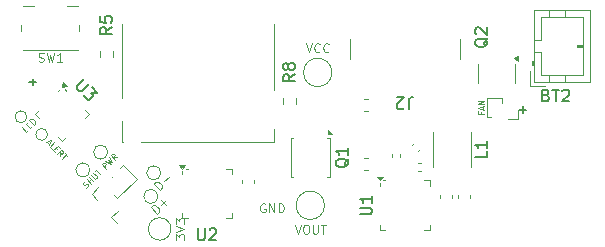
<source format=gbr>
%TF.GenerationSoftware,KiCad,Pcbnew,9.0.1-rc2-202503292320~1d443ca74c~ubuntu24.04.1*%
%TF.CreationDate,2025-04-04T23:21:44+10:00*%
%TF.ProjectId,Stormbreaker,53746f72-6d62-4726-9561-6b65722e6b69,rev?*%
%TF.SameCoordinates,Original*%
%TF.FileFunction,Legend,Top*%
%TF.FilePolarity,Positive*%
%FSLAX46Y46*%
G04 Gerber Fmt 4.6, Leading zero omitted, Abs format (unit mm)*
G04 Created by KiCad (PCBNEW 9.0.1-rc2-202503292320~1d443ca74c~ubuntu24.04.1) date 2025-04-04 23:21:44*
%MOMM*%
%LPD*%
G01*
G04 APERTURE LIST*
%ADD10C,0.093750*%
%ADD11C,0.150000*%
%ADD12C,0.062500*%
%ADD13C,0.100000*%
%ADD14C,0.120000*%
G04 APERTURE END LIST*
D10*
X136178571Y-58377803D02*
X136107143Y-58342089D01*
X136107143Y-58342089D02*
X136000000Y-58342089D01*
X136000000Y-58342089D02*
X135892857Y-58377803D01*
X135892857Y-58377803D02*
X135821428Y-58449232D01*
X135821428Y-58449232D02*
X135785714Y-58520660D01*
X135785714Y-58520660D02*
X135750000Y-58663517D01*
X135750000Y-58663517D02*
X135750000Y-58770660D01*
X135750000Y-58770660D02*
X135785714Y-58913517D01*
X135785714Y-58913517D02*
X135821428Y-58984946D01*
X135821428Y-58984946D02*
X135892857Y-59056375D01*
X135892857Y-59056375D02*
X136000000Y-59092089D01*
X136000000Y-59092089D02*
X136071428Y-59092089D01*
X136071428Y-59092089D02*
X136178571Y-59056375D01*
X136178571Y-59056375D02*
X136214285Y-59020660D01*
X136214285Y-59020660D02*
X136214285Y-58770660D01*
X136214285Y-58770660D02*
X136071428Y-58770660D01*
X136535714Y-59092089D02*
X136535714Y-58342089D01*
X136535714Y-58342089D02*
X136964285Y-59092089D01*
X136964285Y-59092089D02*
X136964285Y-58342089D01*
X137321428Y-59092089D02*
X137321428Y-58342089D01*
X137321428Y-58342089D02*
X137499999Y-58342089D01*
X137499999Y-58342089D02*
X137607142Y-58377803D01*
X137607142Y-58377803D02*
X137678571Y-58449232D01*
X137678571Y-58449232D02*
X137714285Y-58520660D01*
X137714285Y-58520660D02*
X137749999Y-58663517D01*
X137749999Y-58663517D02*
X137749999Y-58770660D01*
X137749999Y-58770660D02*
X137714285Y-58913517D01*
X137714285Y-58913517D02*
X137678571Y-58984946D01*
X137678571Y-58984946D02*
X137607142Y-59056375D01*
X137607142Y-59056375D02*
X137499999Y-59092089D01*
X137499999Y-59092089D02*
X137321428Y-59092089D01*
D11*
X158285713Y-50406550D02*
X157714285Y-50406550D01*
X157999999Y-50120835D02*
X157999999Y-50692264D01*
X116214286Y-48053450D02*
X116785715Y-48053450D01*
X116500000Y-48339164D02*
X116500000Y-47767735D01*
D10*
X127024698Y-59209088D02*
X126494368Y-58678758D01*
X126494368Y-58678758D02*
X126620637Y-58552489D01*
X126620637Y-58552489D02*
X126721652Y-58501981D01*
X126721652Y-58501981D02*
X126822668Y-58501981D01*
X126822668Y-58501981D02*
X126898429Y-58527235D01*
X126898429Y-58527235D02*
X127024698Y-58602997D01*
X127024698Y-58602997D02*
X127100460Y-58678758D01*
X127100460Y-58678758D02*
X127176221Y-58805027D01*
X127176221Y-58805027D02*
X127201475Y-58880789D01*
X127201475Y-58880789D02*
X127201475Y-58981804D01*
X127201475Y-58981804D02*
X127150967Y-59082819D01*
X127150967Y-59082819D02*
X127024698Y-59209088D01*
X127352998Y-58476728D02*
X127757059Y-58072667D01*
X127757059Y-58476728D02*
X127352998Y-58072667D01*
D11*
X144204819Y-59261904D02*
X145014342Y-59261904D01*
X145014342Y-59261904D02*
X145109580Y-59214285D01*
X145109580Y-59214285D02*
X145157200Y-59166666D01*
X145157200Y-59166666D02*
X145204819Y-59071428D01*
X145204819Y-59071428D02*
X145204819Y-58880952D01*
X145204819Y-58880952D02*
X145157200Y-58785714D01*
X145157200Y-58785714D02*
X145109580Y-58738095D01*
X145109580Y-58738095D02*
X145014342Y-58690476D01*
X145014342Y-58690476D02*
X144204819Y-58690476D01*
X145204819Y-57690476D02*
X145204819Y-58261904D01*
X145204819Y-57976190D02*
X144204819Y-57976190D01*
X144204819Y-57976190D02*
X144347676Y-58071428D01*
X144347676Y-58071428D02*
X144442914Y-58166666D01*
X144442914Y-58166666D02*
X144490533Y-58261904D01*
X120826652Y-47845851D02*
X120254232Y-48418271D01*
X120254232Y-48418271D02*
X120220560Y-48519286D01*
X120220560Y-48519286D02*
X120220560Y-48586630D01*
X120220560Y-48586630D02*
X120254232Y-48687645D01*
X120254232Y-48687645D02*
X120388919Y-48822332D01*
X120388919Y-48822332D02*
X120489934Y-48856004D01*
X120489934Y-48856004D02*
X120557278Y-48856004D01*
X120557278Y-48856004D02*
X120658293Y-48822332D01*
X120658293Y-48822332D02*
X121230713Y-48249912D01*
X121500087Y-48519286D02*
X121937819Y-48957019D01*
X121937819Y-48957019D02*
X121432743Y-48990691D01*
X121432743Y-48990691D02*
X121533758Y-49091706D01*
X121533758Y-49091706D02*
X121567430Y-49192721D01*
X121567430Y-49192721D02*
X121567430Y-49260065D01*
X121567430Y-49260065D02*
X121533758Y-49361080D01*
X121533758Y-49361080D02*
X121365400Y-49529439D01*
X121365400Y-49529439D02*
X121264384Y-49563111D01*
X121264384Y-49563111D02*
X121197041Y-49563111D01*
X121197041Y-49563111D02*
X121096026Y-49529439D01*
X121096026Y-49529439D02*
X120893995Y-49327408D01*
X120893995Y-49327408D02*
X120860323Y-49226393D01*
X120860323Y-49226393D02*
X120860323Y-49159050D01*
D12*
X121038334Y-57000518D02*
X121105678Y-56966846D01*
X121105678Y-56966846D02*
X121189857Y-56882666D01*
X121189857Y-56882666D02*
X121206693Y-56832159D01*
X121206693Y-56832159D02*
X121206693Y-56798487D01*
X121206693Y-56798487D02*
X121189857Y-56747979D01*
X121189857Y-56747979D02*
X121156186Y-56714308D01*
X121156186Y-56714308D02*
X121105678Y-56697472D01*
X121105678Y-56697472D02*
X121072006Y-56697472D01*
X121072006Y-56697472D02*
X121021499Y-56714308D01*
X121021499Y-56714308D02*
X120937319Y-56764815D01*
X120937319Y-56764815D02*
X120886812Y-56781651D01*
X120886812Y-56781651D02*
X120853140Y-56781651D01*
X120853140Y-56781651D02*
X120802632Y-56764815D01*
X120802632Y-56764815D02*
X120768960Y-56731144D01*
X120768960Y-56731144D02*
X120752125Y-56680636D01*
X120752125Y-56680636D02*
X120752125Y-56646964D01*
X120752125Y-56646964D02*
X120768960Y-56596457D01*
X120768960Y-56596457D02*
X120853140Y-56512277D01*
X120853140Y-56512277D02*
X120920483Y-56478605D01*
X121408723Y-56663800D02*
X121055170Y-56310247D01*
X121223529Y-56478606D02*
X121425559Y-56276575D01*
X121610754Y-56461770D02*
X121257201Y-56108217D01*
X121425560Y-55939857D02*
X121711770Y-56226067D01*
X121711770Y-56226067D02*
X121762277Y-56242903D01*
X121762277Y-56242903D02*
X121795949Y-56242903D01*
X121795949Y-56242903D02*
X121846457Y-56226067D01*
X121846457Y-56226067D02*
X121913800Y-56158724D01*
X121913800Y-56158724D02*
X121930636Y-56108216D01*
X121930636Y-56108216D02*
X121930636Y-56074544D01*
X121930636Y-56074544D02*
X121913800Y-56024037D01*
X121913800Y-56024037D02*
X121627590Y-55737827D01*
X121745442Y-55619975D02*
X121947472Y-55417945D01*
X122200010Y-55872514D02*
X121846457Y-55518960D01*
D10*
X127274698Y-57209088D02*
X126744368Y-56678758D01*
X126744368Y-56678758D02*
X126870637Y-56552489D01*
X126870637Y-56552489D02*
X126971652Y-56501981D01*
X126971652Y-56501981D02*
X127072668Y-56501981D01*
X127072668Y-56501981D02*
X127148429Y-56527235D01*
X127148429Y-56527235D02*
X127274698Y-56602997D01*
X127274698Y-56602997D02*
X127350460Y-56678758D01*
X127350460Y-56678758D02*
X127426221Y-56805027D01*
X127426221Y-56805027D02*
X127451475Y-56880789D01*
X127451475Y-56880789D02*
X127451475Y-56981804D01*
X127451475Y-56981804D02*
X127400967Y-57082819D01*
X127400967Y-57082819D02*
X127274698Y-57209088D01*
X127602998Y-56476728D02*
X128007059Y-56072667D01*
D12*
X117741064Y-53111558D02*
X117909422Y-53279917D01*
X117606377Y-53178902D02*
X118077781Y-52943199D01*
X118077781Y-52943199D02*
X117842079Y-53414604D01*
X118128289Y-53700813D02*
X117959930Y-53532455D01*
X117959930Y-53532455D02*
X118313483Y-53178901D01*
X118431334Y-53633470D02*
X118549186Y-53751321D01*
X118414499Y-53987023D02*
X118246140Y-53818665D01*
X118246140Y-53818665D02*
X118599693Y-53465111D01*
X118599693Y-53465111D02*
X118768052Y-53633470D01*
X118768052Y-54340577D02*
X118818560Y-54054367D01*
X118566021Y-54138546D02*
X118919575Y-53784993D01*
X118919575Y-53784993D02*
X119054262Y-53919680D01*
X119054262Y-53919680D02*
X119071098Y-53970188D01*
X119071098Y-53970188D02*
X119071098Y-54003859D01*
X119071098Y-54003859D02*
X119054262Y-54054367D01*
X119054262Y-54054367D02*
X119003754Y-54104875D01*
X119003754Y-54104875D02*
X118953247Y-54121710D01*
X118953247Y-54121710D02*
X118919575Y-54121710D01*
X118919575Y-54121710D02*
X118869067Y-54104875D01*
X118869067Y-54104875D02*
X118734380Y-53970188D01*
X119222621Y-54088039D02*
X119424651Y-54290069D01*
X118970082Y-54542607D02*
X119323636Y-54189054D01*
D11*
X130488095Y-60454819D02*
X130488095Y-61264342D01*
X130488095Y-61264342D02*
X130535714Y-61359580D01*
X130535714Y-61359580D02*
X130583333Y-61407200D01*
X130583333Y-61407200D02*
X130678571Y-61454819D01*
X130678571Y-61454819D02*
X130869047Y-61454819D01*
X130869047Y-61454819D02*
X130964285Y-61407200D01*
X130964285Y-61407200D02*
X131011904Y-61359580D01*
X131011904Y-61359580D02*
X131059523Y-61264342D01*
X131059523Y-61264342D02*
X131059523Y-60454819D01*
X131488095Y-60550057D02*
X131535714Y-60502438D01*
X131535714Y-60502438D02*
X131630952Y-60454819D01*
X131630952Y-60454819D02*
X131869047Y-60454819D01*
X131869047Y-60454819D02*
X131964285Y-60502438D01*
X131964285Y-60502438D02*
X132011904Y-60550057D01*
X132011904Y-60550057D02*
X132059523Y-60645295D01*
X132059523Y-60645295D02*
X132059523Y-60740533D01*
X132059523Y-60740533D02*
X132011904Y-60883390D01*
X132011904Y-60883390D02*
X131440476Y-61454819D01*
X131440476Y-61454819D02*
X132059523Y-61454819D01*
X148333333Y-50355180D02*
X148333333Y-49640895D01*
X148333333Y-49640895D02*
X148380952Y-49498038D01*
X148380952Y-49498038D02*
X148476190Y-49402800D01*
X148476190Y-49402800D02*
X148619047Y-49355180D01*
X148619047Y-49355180D02*
X148714285Y-49355180D01*
X147904761Y-50259942D02*
X147857142Y-50307561D01*
X147857142Y-50307561D02*
X147761904Y-50355180D01*
X147761904Y-50355180D02*
X147523809Y-50355180D01*
X147523809Y-50355180D02*
X147428571Y-50307561D01*
X147428571Y-50307561D02*
X147380952Y-50259942D01*
X147380952Y-50259942D02*
X147333333Y-50164704D01*
X147333333Y-50164704D02*
X147333333Y-50069466D01*
X147333333Y-50069466D02*
X147380952Y-49926609D01*
X147380952Y-49926609D02*
X147952380Y-49355180D01*
X147952380Y-49355180D02*
X147333333Y-49355180D01*
X159964285Y-49181009D02*
X160107142Y-49228628D01*
X160107142Y-49228628D02*
X160154761Y-49276247D01*
X160154761Y-49276247D02*
X160202380Y-49371485D01*
X160202380Y-49371485D02*
X160202380Y-49514342D01*
X160202380Y-49514342D02*
X160154761Y-49609580D01*
X160154761Y-49609580D02*
X160107142Y-49657200D01*
X160107142Y-49657200D02*
X160011904Y-49704819D01*
X160011904Y-49704819D02*
X159630952Y-49704819D01*
X159630952Y-49704819D02*
X159630952Y-48704819D01*
X159630952Y-48704819D02*
X159964285Y-48704819D01*
X159964285Y-48704819D02*
X160059523Y-48752438D01*
X160059523Y-48752438D02*
X160107142Y-48800057D01*
X160107142Y-48800057D02*
X160154761Y-48895295D01*
X160154761Y-48895295D02*
X160154761Y-48990533D01*
X160154761Y-48990533D02*
X160107142Y-49085771D01*
X160107142Y-49085771D02*
X160059523Y-49133390D01*
X160059523Y-49133390D02*
X159964285Y-49181009D01*
X159964285Y-49181009D02*
X159630952Y-49181009D01*
X160488095Y-48704819D02*
X161059523Y-48704819D01*
X160773809Y-49704819D02*
X160773809Y-48704819D01*
X161345238Y-48800057D02*
X161392857Y-48752438D01*
X161392857Y-48752438D02*
X161488095Y-48704819D01*
X161488095Y-48704819D02*
X161726190Y-48704819D01*
X161726190Y-48704819D02*
X161821428Y-48752438D01*
X161821428Y-48752438D02*
X161869047Y-48800057D01*
X161869047Y-48800057D02*
X161916666Y-48895295D01*
X161916666Y-48895295D02*
X161916666Y-48990533D01*
X161916666Y-48990533D02*
X161869047Y-49133390D01*
X161869047Y-49133390D02*
X161297619Y-49704819D01*
X161297619Y-49704819D02*
X161916666Y-49704819D01*
D10*
X117000000Y-46306375D02*
X117107143Y-46342089D01*
X117107143Y-46342089D02*
X117285714Y-46342089D01*
X117285714Y-46342089D02*
X117357143Y-46306375D01*
X117357143Y-46306375D02*
X117392857Y-46270660D01*
X117392857Y-46270660D02*
X117428571Y-46199232D01*
X117428571Y-46199232D02*
X117428571Y-46127803D01*
X117428571Y-46127803D02*
X117392857Y-46056375D01*
X117392857Y-46056375D02*
X117357143Y-46020660D01*
X117357143Y-46020660D02*
X117285714Y-45984946D01*
X117285714Y-45984946D02*
X117142857Y-45949232D01*
X117142857Y-45949232D02*
X117071428Y-45913517D01*
X117071428Y-45913517D02*
X117035714Y-45877803D01*
X117035714Y-45877803D02*
X117000000Y-45806375D01*
X117000000Y-45806375D02*
X117000000Y-45734946D01*
X117000000Y-45734946D02*
X117035714Y-45663517D01*
X117035714Y-45663517D02*
X117071428Y-45627803D01*
X117071428Y-45627803D02*
X117142857Y-45592089D01*
X117142857Y-45592089D02*
X117321428Y-45592089D01*
X117321428Y-45592089D02*
X117428571Y-45627803D01*
X117678571Y-45592089D02*
X117857143Y-46342089D01*
X117857143Y-46342089D02*
X118000000Y-45806375D01*
X118000000Y-45806375D02*
X118142857Y-46342089D01*
X118142857Y-46342089D02*
X118321429Y-45592089D01*
X119000000Y-46342089D02*
X118571429Y-46342089D01*
X118785714Y-46342089D02*
X118785714Y-45592089D01*
X118785714Y-45592089D02*
X118714286Y-45699232D01*
X118714286Y-45699232D02*
X118642857Y-45770660D01*
X118642857Y-45770660D02*
X118571429Y-45806375D01*
D12*
X122689858Y-55382666D02*
X122336304Y-55029113D01*
X122336304Y-55029113D02*
X122470991Y-54894426D01*
X122470991Y-54894426D02*
X122521499Y-54877590D01*
X122521499Y-54877590D02*
X122555171Y-54877590D01*
X122555171Y-54877590D02*
X122605678Y-54894426D01*
X122605678Y-54894426D02*
X122656186Y-54944933D01*
X122656186Y-54944933D02*
X122673022Y-54995441D01*
X122673022Y-54995441D02*
X122673022Y-55029113D01*
X122673022Y-55029113D02*
X122656186Y-55079620D01*
X122656186Y-55079620D02*
X122521499Y-55214307D01*
X122656186Y-54709231D02*
X123093919Y-54978605D01*
X123093919Y-54978605D02*
X122908724Y-54658724D01*
X122908724Y-54658724D02*
X123228606Y-54843918D01*
X123228606Y-54843918D02*
X122959232Y-54406185D01*
X123649503Y-54423021D02*
X123363293Y-54372513D01*
X123447472Y-54625052D02*
X123093919Y-54271498D01*
X123093919Y-54271498D02*
X123228606Y-54136811D01*
X123228606Y-54136811D02*
X123279114Y-54119975D01*
X123279114Y-54119975D02*
X123312785Y-54119975D01*
X123312785Y-54119975D02*
X123363293Y-54136811D01*
X123363293Y-54136811D02*
X123413801Y-54187319D01*
X123413801Y-54187319D02*
X123430636Y-54237826D01*
X123430636Y-54237826D02*
X123430636Y-54271498D01*
X123430636Y-54271498D02*
X123413801Y-54322006D01*
X123413801Y-54322006D02*
X123279114Y-54456693D01*
D11*
X155050057Y-44345238D02*
X155002438Y-44440476D01*
X155002438Y-44440476D02*
X154907200Y-44535714D01*
X154907200Y-44535714D02*
X154764342Y-44678571D01*
X154764342Y-44678571D02*
X154716723Y-44773809D01*
X154716723Y-44773809D02*
X154716723Y-44869047D01*
X154954819Y-44821428D02*
X154907200Y-44916666D01*
X154907200Y-44916666D02*
X154811961Y-45011904D01*
X154811961Y-45011904D02*
X154621485Y-45059523D01*
X154621485Y-45059523D02*
X154288152Y-45059523D01*
X154288152Y-45059523D02*
X154097676Y-45011904D01*
X154097676Y-45011904D02*
X154002438Y-44916666D01*
X154002438Y-44916666D02*
X153954819Y-44821428D01*
X153954819Y-44821428D02*
X153954819Y-44630952D01*
X153954819Y-44630952D02*
X154002438Y-44535714D01*
X154002438Y-44535714D02*
X154097676Y-44440476D01*
X154097676Y-44440476D02*
X154288152Y-44392857D01*
X154288152Y-44392857D02*
X154621485Y-44392857D01*
X154621485Y-44392857D02*
X154811961Y-44440476D01*
X154811961Y-44440476D02*
X154907200Y-44535714D01*
X154907200Y-44535714D02*
X154954819Y-44630952D01*
X154954819Y-44630952D02*
X154954819Y-44821428D01*
X154050057Y-44011904D02*
X154002438Y-43964285D01*
X154002438Y-43964285D02*
X153954819Y-43869047D01*
X153954819Y-43869047D02*
X153954819Y-43630952D01*
X153954819Y-43630952D02*
X154002438Y-43535714D01*
X154002438Y-43535714D02*
X154050057Y-43488095D01*
X154050057Y-43488095D02*
X154145295Y-43440476D01*
X154145295Y-43440476D02*
X154240533Y-43440476D01*
X154240533Y-43440476D02*
X154383390Y-43488095D01*
X154383390Y-43488095D02*
X154954819Y-44059523D01*
X154954819Y-44059523D02*
X154954819Y-43440476D01*
X143250057Y-54537738D02*
X143202438Y-54632976D01*
X143202438Y-54632976D02*
X143107200Y-54728214D01*
X143107200Y-54728214D02*
X142964342Y-54871071D01*
X142964342Y-54871071D02*
X142916723Y-54966309D01*
X142916723Y-54966309D02*
X142916723Y-55061547D01*
X143154819Y-55013928D02*
X143107200Y-55109166D01*
X143107200Y-55109166D02*
X143011961Y-55204404D01*
X143011961Y-55204404D02*
X142821485Y-55252023D01*
X142821485Y-55252023D02*
X142488152Y-55252023D01*
X142488152Y-55252023D02*
X142297676Y-55204404D01*
X142297676Y-55204404D02*
X142202438Y-55109166D01*
X142202438Y-55109166D02*
X142154819Y-55013928D01*
X142154819Y-55013928D02*
X142154819Y-54823452D01*
X142154819Y-54823452D02*
X142202438Y-54728214D01*
X142202438Y-54728214D02*
X142297676Y-54632976D01*
X142297676Y-54632976D02*
X142488152Y-54585357D01*
X142488152Y-54585357D02*
X142821485Y-54585357D01*
X142821485Y-54585357D02*
X143011961Y-54632976D01*
X143011961Y-54632976D02*
X143107200Y-54728214D01*
X143107200Y-54728214D02*
X143154819Y-54823452D01*
X143154819Y-54823452D02*
X143154819Y-55013928D01*
X143154819Y-53632976D02*
X143154819Y-54204404D01*
X143154819Y-53918690D02*
X142154819Y-53918690D01*
X142154819Y-53918690D02*
X142297676Y-54013928D01*
X142297676Y-54013928D02*
X142392914Y-54109166D01*
X142392914Y-54109166D02*
X142440533Y-54204404D01*
D12*
X154466154Y-50614761D02*
X154466154Y-50781428D01*
X154728059Y-50781428D02*
X154228059Y-50781428D01*
X154228059Y-50781428D02*
X154228059Y-50543333D01*
X154585202Y-50376666D02*
X154585202Y-50138571D01*
X154728059Y-50424285D02*
X154228059Y-50257619D01*
X154228059Y-50257619D02*
X154728059Y-50090952D01*
X154728059Y-49924286D02*
X154228059Y-49924286D01*
X154228059Y-49924286D02*
X154728059Y-49638572D01*
X154728059Y-49638572D02*
X154228059Y-49638572D01*
X116141085Y-52095653D02*
X115972726Y-52264012D01*
X115972726Y-52264012D02*
X115619173Y-51910458D01*
X116073741Y-51792607D02*
X116191593Y-51674756D01*
X116427295Y-51809443D02*
X116258936Y-51977802D01*
X116258936Y-51977802D02*
X115905383Y-51624248D01*
X115905383Y-51624248D02*
X116073741Y-51455890D01*
X116578818Y-51657920D02*
X116225264Y-51304367D01*
X116225264Y-51304367D02*
X116309444Y-51220187D01*
X116309444Y-51220187D02*
X116376787Y-51186516D01*
X116376787Y-51186516D02*
X116444131Y-51186516D01*
X116444131Y-51186516D02*
X116494638Y-51203351D01*
X116494638Y-51203351D02*
X116578818Y-51253859D01*
X116578818Y-51253859D02*
X116629325Y-51304367D01*
X116629325Y-51304367D02*
X116679833Y-51388546D01*
X116679833Y-51388546D02*
X116696669Y-51439054D01*
X116696669Y-51439054D02*
X116696669Y-51506397D01*
X116696669Y-51506397D02*
X116662997Y-51573741D01*
X116662997Y-51573741D02*
X116578818Y-51657920D01*
D10*
X138678571Y-60142089D02*
X138928571Y-60892089D01*
X138928571Y-60892089D02*
X139178571Y-60142089D01*
X139571428Y-60142089D02*
X139714285Y-60142089D01*
X139714285Y-60142089D02*
X139785714Y-60177803D01*
X139785714Y-60177803D02*
X139857142Y-60249232D01*
X139857142Y-60249232D02*
X139892857Y-60392089D01*
X139892857Y-60392089D02*
X139892857Y-60642089D01*
X139892857Y-60642089D02*
X139857142Y-60784946D01*
X139857142Y-60784946D02*
X139785714Y-60856375D01*
X139785714Y-60856375D02*
X139714285Y-60892089D01*
X139714285Y-60892089D02*
X139571428Y-60892089D01*
X139571428Y-60892089D02*
X139500000Y-60856375D01*
X139500000Y-60856375D02*
X139428571Y-60784946D01*
X139428571Y-60784946D02*
X139392857Y-60642089D01*
X139392857Y-60642089D02*
X139392857Y-60392089D01*
X139392857Y-60392089D02*
X139428571Y-60249232D01*
X139428571Y-60249232D02*
X139500000Y-60177803D01*
X139500000Y-60177803D02*
X139571428Y-60142089D01*
X140214285Y-60142089D02*
X140214285Y-60749232D01*
X140214285Y-60749232D02*
X140249999Y-60820660D01*
X140249999Y-60820660D02*
X140285714Y-60856375D01*
X140285714Y-60856375D02*
X140357142Y-60892089D01*
X140357142Y-60892089D02*
X140499999Y-60892089D01*
X140499999Y-60892089D02*
X140571428Y-60856375D01*
X140571428Y-60856375D02*
X140607142Y-60820660D01*
X140607142Y-60820660D02*
X140642856Y-60749232D01*
X140642856Y-60749232D02*
X140642856Y-60142089D01*
X140892856Y-60142089D02*
X141321428Y-60142089D01*
X141107142Y-60892089D02*
X141107142Y-60142089D01*
D11*
X138704819Y-47416666D02*
X138228628Y-47749999D01*
X138704819Y-47988094D02*
X137704819Y-47988094D01*
X137704819Y-47988094D02*
X137704819Y-47607142D01*
X137704819Y-47607142D02*
X137752438Y-47511904D01*
X137752438Y-47511904D02*
X137800057Y-47464285D01*
X137800057Y-47464285D02*
X137895295Y-47416666D01*
X137895295Y-47416666D02*
X138038152Y-47416666D01*
X138038152Y-47416666D02*
X138133390Y-47464285D01*
X138133390Y-47464285D02*
X138181009Y-47511904D01*
X138181009Y-47511904D02*
X138228628Y-47607142D01*
X138228628Y-47607142D02*
X138228628Y-47988094D01*
X138133390Y-46845237D02*
X138085771Y-46940475D01*
X138085771Y-46940475D02*
X138038152Y-46988094D01*
X138038152Y-46988094D02*
X137942914Y-47035713D01*
X137942914Y-47035713D02*
X137895295Y-47035713D01*
X137895295Y-47035713D02*
X137800057Y-46988094D01*
X137800057Y-46988094D02*
X137752438Y-46940475D01*
X137752438Y-46940475D02*
X137704819Y-46845237D01*
X137704819Y-46845237D02*
X137704819Y-46654761D01*
X137704819Y-46654761D02*
X137752438Y-46559523D01*
X137752438Y-46559523D02*
X137800057Y-46511904D01*
X137800057Y-46511904D02*
X137895295Y-46464285D01*
X137895295Y-46464285D02*
X137942914Y-46464285D01*
X137942914Y-46464285D02*
X138038152Y-46511904D01*
X138038152Y-46511904D02*
X138085771Y-46559523D01*
X138085771Y-46559523D02*
X138133390Y-46654761D01*
X138133390Y-46654761D02*
X138133390Y-46845237D01*
X138133390Y-46845237D02*
X138181009Y-46940475D01*
X138181009Y-46940475D02*
X138228628Y-46988094D01*
X138228628Y-46988094D02*
X138323866Y-47035713D01*
X138323866Y-47035713D02*
X138514342Y-47035713D01*
X138514342Y-47035713D02*
X138609580Y-46988094D01*
X138609580Y-46988094D02*
X138657200Y-46940475D01*
X138657200Y-46940475D02*
X138704819Y-46845237D01*
X138704819Y-46845237D02*
X138704819Y-46654761D01*
X138704819Y-46654761D02*
X138657200Y-46559523D01*
X138657200Y-46559523D02*
X138609580Y-46511904D01*
X138609580Y-46511904D02*
X138514342Y-46464285D01*
X138514342Y-46464285D02*
X138323866Y-46464285D01*
X138323866Y-46464285D02*
X138228628Y-46511904D01*
X138228628Y-46511904D02*
X138181009Y-46559523D01*
X138181009Y-46559523D02*
X138133390Y-46654761D01*
D10*
X128592089Y-61428571D02*
X128592089Y-60964285D01*
X128592089Y-60964285D02*
X128877803Y-61214285D01*
X128877803Y-61214285D02*
X128877803Y-61107142D01*
X128877803Y-61107142D02*
X128913517Y-61035714D01*
X128913517Y-61035714D02*
X128949232Y-60999999D01*
X128949232Y-60999999D02*
X129020660Y-60964285D01*
X129020660Y-60964285D02*
X129199232Y-60964285D01*
X129199232Y-60964285D02*
X129270660Y-60999999D01*
X129270660Y-60999999D02*
X129306375Y-61035714D01*
X129306375Y-61035714D02*
X129342089Y-61107142D01*
X129342089Y-61107142D02*
X129342089Y-61321428D01*
X129342089Y-61321428D02*
X129306375Y-61392856D01*
X129306375Y-61392856D02*
X129270660Y-61428571D01*
X128592089Y-60749999D02*
X129342089Y-60499999D01*
X129342089Y-60499999D02*
X128592089Y-60249999D01*
X128592089Y-60071428D02*
X128592089Y-59607142D01*
X128592089Y-59607142D02*
X128877803Y-59857142D01*
X128877803Y-59857142D02*
X128877803Y-59749999D01*
X128877803Y-59749999D02*
X128913517Y-59678571D01*
X128913517Y-59678571D02*
X128949232Y-59642856D01*
X128949232Y-59642856D02*
X129020660Y-59607142D01*
X129020660Y-59607142D02*
X129199232Y-59607142D01*
X129199232Y-59607142D02*
X129270660Y-59642856D01*
X129270660Y-59642856D02*
X129306375Y-59678571D01*
X129306375Y-59678571D02*
X129342089Y-59749999D01*
X129342089Y-59749999D02*
X129342089Y-59964285D01*
X129342089Y-59964285D02*
X129306375Y-60035713D01*
X129306375Y-60035713D02*
X129270660Y-60071428D01*
D11*
X123204819Y-43416666D02*
X122728628Y-43749999D01*
X123204819Y-43988094D02*
X122204819Y-43988094D01*
X122204819Y-43988094D02*
X122204819Y-43607142D01*
X122204819Y-43607142D02*
X122252438Y-43511904D01*
X122252438Y-43511904D02*
X122300057Y-43464285D01*
X122300057Y-43464285D02*
X122395295Y-43416666D01*
X122395295Y-43416666D02*
X122538152Y-43416666D01*
X122538152Y-43416666D02*
X122633390Y-43464285D01*
X122633390Y-43464285D02*
X122681009Y-43511904D01*
X122681009Y-43511904D02*
X122728628Y-43607142D01*
X122728628Y-43607142D02*
X122728628Y-43988094D01*
X122204819Y-42511904D02*
X122204819Y-42988094D01*
X122204819Y-42988094D02*
X122681009Y-43035713D01*
X122681009Y-43035713D02*
X122633390Y-42988094D01*
X122633390Y-42988094D02*
X122585771Y-42892856D01*
X122585771Y-42892856D02*
X122585771Y-42654761D01*
X122585771Y-42654761D02*
X122633390Y-42559523D01*
X122633390Y-42559523D02*
X122681009Y-42511904D01*
X122681009Y-42511904D02*
X122776247Y-42464285D01*
X122776247Y-42464285D02*
X123014342Y-42464285D01*
X123014342Y-42464285D02*
X123109580Y-42511904D01*
X123109580Y-42511904D02*
X123157200Y-42559523D01*
X123157200Y-42559523D02*
X123204819Y-42654761D01*
X123204819Y-42654761D02*
X123204819Y-42892856D01*
X123204819Y-42892856D02*
X123157200Y-42988094D01*
X123157200Y-42988094D02*
X123109580Y-43035713D01*
X154954819Y-53941666D02*
X154954819Y-54417856D01*
X154954819Y-54417856D02*
X153954819Y-54417856D01*
X154954819Y-53084523D02*
X154954819Y-53655951D01*
X154954819Y-53370237D02*
X153954819Y-53370237D01*
X153954819Y-53370237D02*
X154097676Y-53465475D01*
X154097676Y-53465475D02*
X154192914Y-53560713D01*
X154192914Y-53560713D02*
X154240533Y-53655951D01*
D10*
X139625000Y-44792089D02*
X139875000Y-45542089D01*
X139875000Y-45542089D02*
X140125000Y-44792089D01*
X140803571Y-45470660D02*
X140767857Y-45506375D01*
X140767857Y-45506375D02*
X140660714Y-45542089D01*
X140660714Y-45542089D02*
X140589286Y-45542089D01*
X140589286Y-45542089D02*
X140482143Y-45506375D01*
X140482143Y-45506375D02*
X140410714Y-45434946D01*
X140410714Y-45434946D02*
X140375000Y-45363517D01*
X140375000Y-45363517D02*
X140339286Y-45220660D01*
X140339286Y-45220660D02*
X140339286Y-45113517D01*
X140339286Y-45113517D02*
X140375000Y-44970660D01*
X140375000Y-44970660D02*
X140410714Y-44899232D01*
X140410714Y-44899232D02*
X140482143Y-44827803D01*
X140482143Y-44827803D02*
X140589286Y-44792089D01*
X140589286Y-44792089D02*
X140660714Y-44792089D01*
X140660714Y-44792089D02*
X140767857Y-44827803D01*
X140767857Y-44827803D02*
X140803571Y-44863517D01*
X141553571Y-45470660D02*
X141517857Y-45506375D01*
X141517857Y-45506375D02*
X141410714Y-45542089D01*
X141410714Y-45542089D02*
X141339286Y-45542089D01*
X141339286Y-45542089D02*
X141232143Y-45506375D01*
X141232143Y-45506375D02*
X141160714Y-45434946D01*
X141160714Y-45434946D02*
X141125000Y-45363517D01*
X141125000Y-45363517D02*
X141089286Y-45220660D01*
X141089286Y-45220660D02*
X141089286Y-45113517D01*
X141089286Y-45113517D02*
X141125000Y-44970660D01*
X141125000Y-44970660D02*
X141160714Y-44899232D01*
X141160714Y-44899232D02*
X141232143Y-44827803D01*
X141232143Y-44827803D02*
X141339286Y-44792089D01*
X141339286Y-44792089D02*
X141410714Y-44792089D01*
X141410714Y-44792089D02*
X141517857Y-44827803D01*
X141517857Y-44827803D02*
X141553571Y-44863517D01*
D13*
%TO.C,TP1*%
X127100000Y-57750000D02*
G75*
G02*
X125900000Y-57750000I-600000J0D01*
G01*
X125900000Y-57750000D02*
G75*
G02*
X127100000Y-57750000I600000J0D01*
G01*
D14*
%TO.C,C5*%
X150990000Y-57865581D02*
X150990000Y-57584419D01*
X152010000Y-57865581D02*
X152010000Y-57584419D01*
%TO.C,U1*%
X145890000Y-56865000D02*
X145890000Y-56630000D01*
X145890000Y-60610000D02*
X145890000Y-60135000D01*
X146365000Y-56390000D02*
X146190000Y-56390000D01*
X146365000Y-60610000D02*
X145890000Y-60610000D01*
X149635000Y-56390000D02*
X150110000Y-56390000D01*
X149635000Y-60610000D02*
X150110000Y-60610000D01*
X150110000Y-56390000D02*
X150110000Y-56865000D01*
X150110000Y-60610000D02*
X150110000Y-60135000D01*
X145890000Y-56390000D02*
X145650000Y-56060000D01*
X146130000Y-56060000D01*
X145890000Y-56390000D01*
G36*
X145890000Y-56390000D02*
G01*
X145650000Y-56060000D01*
X146130000Y-56060000D01*
X145890000Y-56390000D01*
G37*
%TO.C,U3*%
X116723116Y-50750000D02*
X117041314Y-50431802D01*
X117041314Y-51068198D02*
X116723116Y-50750000D01*
X118681802Y-48791314D02*
X118830294Y-48642822D01*
X118681802Y-52708686D02*
X119000000Y-53026884D01*
X119000000Y-53026884D02*
X119318198Y-52708686D01*
X119318198Y-48791314D02*
X119212132Y-48685248D01*
X120958686Y-50431802D02*
X121276884Y-50750000D01*
X121276884Y-50750000D02*
X120958686Y-51068198D01*
X119403051Y-48409477D02*
X119000000Y-48473116D01*
X119063640Y-48070065D01*
X119403051Y-48409477D01*
G36*
X119403051Y-48409477D02*
G01*
X119000000Y-48473116D01*
X119063640Y-48070065D01*
X119403051Y-48409477D01*
G37*
%TO.C,C4*%
X148761693Y-53258601D02*
X148609190Y-53411104D01*
X149270810Y-53767718D02*
X149118307Y-53920221D01*
D13*
%TO.C,TP7*%
X121350000Y-55500000D02*
G75*
G02*
X120150000Y-55500000I-600000J0D01*
G01*
X120150000Y-55500000D02*
G75*
G02*
X121350000Y-55500000I600000J0D01*
G01*
%TO.C,TP2*%
X127350000Y-55750000D02*
G75*
G02*
X126150000Y-55750000I-600000J0D01*
G01*
X126150000Y-55750000D02*
G75*
G02*
X127350000Y-55750000I600000J0D01*
G01*
D14*
%TO.C,C7*%
X146890000Y-54162164D02*
X146890000Y-54377836D01*
X147610000Y-54162164D02*
X147610000Y-54377836D01*
D13*
%TO.C,TP11*%
X117749999Y-52500000D02*
G75*
G02*
X116750001Y-52500000I-499999J0D01*
G01*
X116750001Y-52500000D02*
G75*
G02*
X117749999Y-52500000I499999J0D01*
G01*
D14*
%TO.C,U2*%
X129140000Y-55865000D02*
X129140000Y-55630000D01*
X129140000Y-59610000D02*
X129140000Y-59135000D01*
X129615000Y-55390000D02*
X129440000Y-55390000D01*
X129615000Y-59610000D02*
X129140000Y-59610000D01*
X132885000Y-55390000D02*
X133360000Y-55390000D01*
X132885000Y-59610000D02*
X133360000Y-59610000D01*
X133360000Y-55390000D02*
X133360000Y-55865000D01*
X133360000Y-59610000D02*
X133360000Y-59135000D01*
X129140000Y-55390000D02*
X128900000Y-55060000D01*
X129380000Y-55060000D01*
X129140000Y-55390000D01*
G36*
X129140000Y-55390000D02*
G01*
X128900000Y-55060000D01*
X129380000Y-55060000D01*
X129140000Y-55390000D01*
G37*
%TO.C,C6*%
X152490000Y-57865581D02*
X152490000Y-57584419D01*
X153510000Y-57865581D02*
X153510000Y-57584419D01*
%TO.C,J3*%
X121485768Y-57545495D02*
X122058525Y-56972739D01*
X121970137Y-58029863D02*
X121485768Y-57545495D01*
X123197602Y-56067007D02*
X123274114Y-55990495D01*
X123674264Y-57881371D02*
X123380815Y-57587922D01*
X123674264Y-57881371D02*
X125307681Y-56247954D01*
X123904709Y-55359900D02*
X124162168Y-55102441D01*
X125307681Y-56247954D02*
X124162168Y-55102441D01*
%TO.C,J2*%
X143330000Y-44410000D02*
X143330000Y-46110000D01*
X152670000Y-44410000D02*
X152670000Y-46110000D01*
%TO.C,C1*%
X144865580Y-54490000D02*
X144584420Y-54490000D01*
X144865580Y-55510000D02*
X144584420Y-55510000D01*
%TO.C,BT2*%
X158640000Y-47110000D02*
X158640000Y-48360000D01*
X158640000Y-48360000D02*
X159890000Y-48360000D01*
X158740000Y-46300000D02*
X158740000Y-46600000D01*
X158740000Y-46600000D02*
X158940000Y-46600000D01*
X158840000Y-46300000D02*
X158840000Y-46600000D01*
X158940000Y-41940000D02*
X158940000Y-48060000D01*
X158940000Y-45500000D02*
X159550000Y-45500000D01*
X158940000Y-46300000D02*
X158740000Y-46300000D01*
X158940000Y-48060000D02*
X163660000Y-48060000D01*
X159550000Y-42550000D02*
X159550000Y-44500000D01*
X159550000Y-44500000D02*
X158940000Y-44500000D01*
X159550000Y-45500000D02*
X159550000Y-47450000D01*
X159550000Y-47450000D02*
X163050000Y-47450000D01*
X160250000Y-41940000D02*
X160250000Y-42550000D01*
X160250000Y-48060000D02*
X160250000Y-47450000D01*
X161550000Y-41940000D02*
X161550000Y-42550000D01*
X161550000Y-48060000D02*
X161550000Y-47450000D01*
X162550000Y-44900000D02*
X163050000Y-44900000D01*
X162550000Y-45100000D02*
X162550000Y-44900000D01*
X163050000Y-42550000D02*
X159550000Y-42550000D01*
X163050000Y-45000000D02*
X162550000Y-45000000D01*
X163050000Y-45100000D02*
X162550000Y-45100000D01*
X163050000Y-47450000D02*
X163050000Y-42550000D01*
X163660000Y-41940000D02*
X158940000Y-41940000D01*
X163660000Y-48060000D02*
X163660000Y-41940000D01*
%TO.C,SW1*%
X115550000Y-43775000D02*
X115550000Y-43225000D01*
X116575000Y-41650000D02*
X115650000Y-41650000D01*
X120350000Y-41650000D02*
X119425000Y-41650000D01*
X120350000Y-45350000D02*
X115650000Y-45350000D01*
X120450000Y-43775000D02*
X120450000Y-43225000D01*
D13*
%TO.C,TP6*%
X122850000Y-54000000D02*
G75*
G02*
X121650000Y-54000000I-600000J0D01*
G01*
X121650000Y-54000000D02*
G75*
G02*
X122850000Y-54000000I600000J0D01*
G01*
D14*
%TO.C,Q2*%
X154189999Y-47362500D02*
X154190000Y-46562500D01*
X154189999Y-47362500D02*
X154190000Y-48162500D01*
X157310001Y-47362500D02*
X157310000Y-46562500D01*
X157310001Y-47362500D02*
X157310000Y-48162500D01*
X157590000Y-46302500D02*
X157260000Y-46062500D01*
X157590000Y-45822500D01*
X157590000Y-46302500D01*
G36*
X157590000Y-46302500D02*
G01*
X157260000Y-46062500D01*
X157590000Y-45822500D01*
X157590000Y-46302500D01*
G37*
%TO.C,Q1*%
X138365000Y-52807500D02*
X138365000Y-56077500D01*
X138550000Y-52807500D02*
X138365000Y-52807500D01*
X138550000Y-56077500D02*
X138365000Y-56077500D01*
X141635000Y-52807500D02*
X141450000Y-52807500D01*
X141635000Y-52807500D02*
X141635000Y-56077500D01*
X141635000Y-56077500D02*
X141450000Y-56077500D01*
X141860000Y-52487500D02*
X141460000Y-52487500D01*
X141460000Y-52087500D01*
X141860000Y-52487500D01*
G36*
X141860000Y-52487500D02*
G01*
X141460000Y-52487500D01*
X141460000Y-52087500D01*
X141860000Y-52487500D01*
G37*
%TO.C,C14*%
X144865580Y-49490000D02*
X144584420Y-49490000D01*
X144865580Y-50510000D02*
X144584420Y-50510000D01*
%TO.C,J1*%
X124045000Y-49450000D02*
X124045000Y-43150000D01*
X124045000Y-53160000D02*
X124045000Y-51350000D01*
X124155000Y-53160000D02*
X124045000Y-53160000D01*
X136915000Y-48750000D02*
X136915000Y-43150000D01*
X136915000Y-52000000D02*
X136915000Y-53160000D01*
X136915000Y-53160000D02*
X125655000Y-53160000D01*
%TO.C,J5*%
X123134261Y-59515165D02*
X123707018Y-58942409D01*
X123618630Y-59999533D02*
X123134261Y-59515165D01*
%TO.C,J4*%
X154940000Y-49400000D02*
X154940000Y-51020000D01*
X155304102Y-51020000D02*
X154940000Y-51020000D01*
X156250000Y-49400000D02*
X154940000Y-49400000D01*
X156250000Y-49400000D02*
X156250000Y-49814999D01*
X157559999Y-50500000D02*
X157560000Y-51185001D01*
X157560000Y-51185001D02*
X156750000Y-51185000D01*
%TO.C,C12*%
X134240000Y-56615580D02*
X134240000Y-56334420D01*
X135260000Y-56615580D02*
X135260000Y-56334420D01*
D13*
%TO.C,TP10*%
X115999999Y-51000000D02*
G75*
G02*
X115000001Y-51000000I-499999J0D01*
G01*
X115000001Y-51000000D02*
G75*
G02*
X115999999Y-51000000I499999J0D01*
G01*
D14*
%TO.C,TP5*%
X141200000Y-58500000D02*
G75*
G02*
X138800000Y-58500000I-1200000J0D01*
G01*
X138800000Y-58500000D02*
G75*
G02*
X141200000Y-58500000I1200000J0D01*
G01*
%TO.C,R8*%
X137727500Y-49912258D02*
X137727500Y-49437742D01*
X138772500Y-49912258D02*
X138772500Y-49437742D01*
%TO.C,TP3*%
X128200000Y-60500000D02*
G75*
G02*
X126300000Y-60500000I-950000J0D01*
G01*
X126300000Y-60500000D02*
G75*
G02*
X128200000Y-60500000I950000J0D01*
G01*
%TO.C,R5*%
X122227500Y-45437742D02*
X122227500Y-45912258D01*
X123272500Y-45437742D02*
X123272500Y-45912258D01*
%TO.C,L1*%
X150400000Y-55275000D02*
X150400000Y-52275000D01*
X153600000Y-55275000D02*
X153600000Y-52275000D01*
%TO.C,TP8*%
X141825000Y-47250000D02*
G75*
G02*
X139425000Y-47250000I-1200000J0D01*
G01*
X139425000Y-47250000D02*
G75*
G02*
X141825000Y-47250000I1200000J0D01*
G01*
%TO.C,C3*%
X149337836Y-54890000D02*
X149122164Y-54890000D01*
X149337836Y-55610000D02*
X149122164Y-55610000D01*
%TD*%
M02*

</source>
